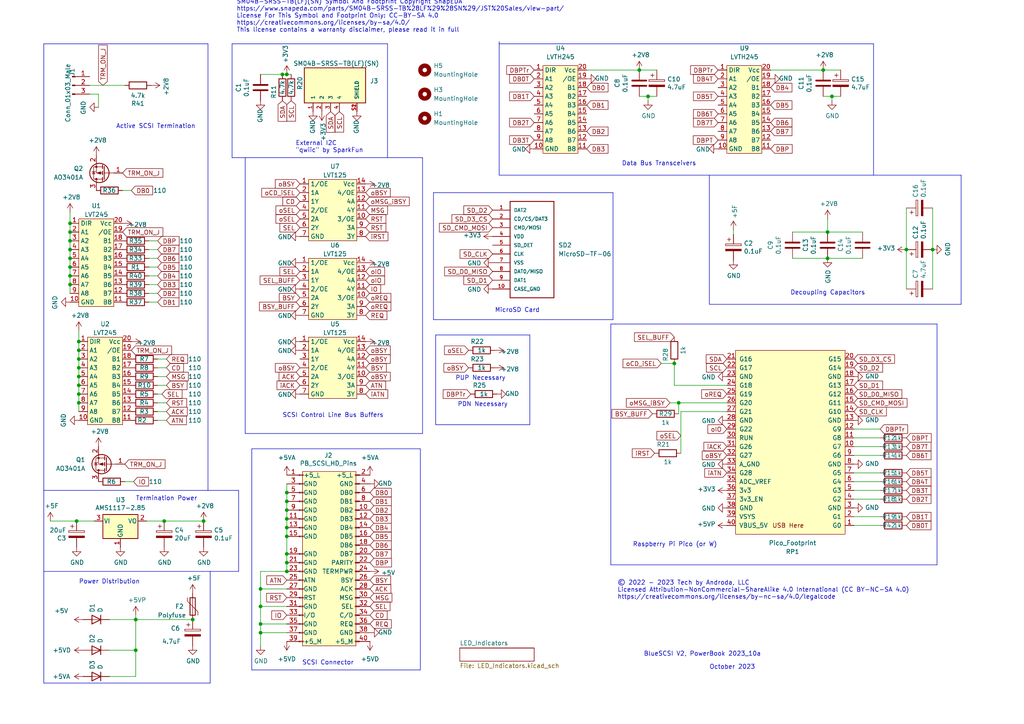
<source format=kicad_sch>
(kicad_sch (version 20230121) (generator eeschema)
  (paper "A4")
  (junction (at 75.565 183.515))
  (junction (at 22.225 151.13))
  (junction (at 270.51 72.39))
  (junction (at 39.37 188.595))
  (junction (at 22.86 111.76))
  (junction (at 20.32 64.77))
  (junction (at 187.96 27.94))
  (junction (at 22.86 114.3))
  (junction (at 240.03 74.93))
  (junction (at 20.32 69.85))
  (junction (at 55.88 179.705))
  (junction (at 39.37 179.705))
  (junction (at 22.86 101.6))
  (junction (at 83.185 21.59))
  (junction (at 240.03 67.31))
  (junction (at 20.32 77.47))
  (junction (at 195.58 105.41))
  (junction (at 22.86 116.84))
  (junction (at 83.185 145.415))
  (junction (at 81.915 21.59))
  (junction (at 83.185 142.875))
  (junction (at 83.185 155.575))
  (junction (at 22.86 104.14))
  (junction (at 20.32 67.31))
  (junction (at 83.185 160.655))
  (junction (at 185.42 20.32))
  (junction (at 59.055 151.13))
  (junction (at 238.76 20.32))
  (junction (at 22.86 99.06))
  (junction (at 47.625 151.13))
  (junction (at 262.89 72.39))
  (junction (at 20.32 72.39))
  (junction (at 75.565 175.895))
  (junction (at 83.185 147.955))
  (junction (at 83.185 165.735))
  (junction (at 75.565 170.815))
  (junction (at 196.85 116.84))
  (junction (at 241.3 27.94))
  (junction (at 83.185 163.195))
  (junction (at 20.32 82.55))
  (junction (at 75.565 180.975))
  (junction (at 22.86 109.22))
  (junction (at 83.185 153.035))
  (junction (at 20.32 74.93))
  (junction (at 20.32 80.01))
  (junction (at 83.185 150.495))
  (junction (at 22.86 106.68))
  (wire (pts (xy 194.31 116.84) (xy 196.85 116.84)))
  (wire (pts (xy 75.565 170.815) (xy 75.565 165.735)))
  (wire (pts (xy 185.42 20.32) (xy 170.18 20.32)))
  (polyline (pts (xy 12.7 142.24) (xy 12.7 165.735)))
  (polyline (pts (xy 278.765 50.8) (xy 253.365 50.8)))
  (wire (pts (xy 22.86 111.76) (xy 22.86 114.3)))
  (polyline (pts (xy 12.7 12.7) (xy 60.325 12.7)))
  (wire (pts (xy 83.185 153.035) (xy 83.185 155.575)))
  (polyline (pts (xy 12.7 165.735) (xy 12.7 198.12)))
  (wire (pts (xy 75.565 180.975) (xy 75.565 175.895)))
  (wire (pts (xy 75.565 170.815) (xy 75.565 175.895)))
  (wire (pts (xy 241.3 27.94) (xy 241.3 29.21)))
  (polyline (pts (xy 278.765 88.265) (xy 278.765 50.8)))
  (polyline (pts (xy 126.365 97.155) (xy 153.67 97.155)))
  (polyline (pts (xy 205.74 50.8) (xy 205.74 88.265)))
  (polyline (pts (xy 125.73 92.71) (xy 177.8 92.71)))
  (wire (pts (xy 75.565 183.515) (xy 75.565 180.975)))
  (wire (pts (xy 45.72 114.3) (xy 46.99 114.3)))
  (wire (pts (xy 238.76 27.94) (xy 241.3 27.94)))
  (wire (pts (xy 185.42 27.94) (xy 187.96 27.94)))
  (wire (pts (xy 270.51 72.39) (xy 270.51 83.82)))
  (polyline (pts (xy 177.165 93.98) (xy 178.435 93.98)))
  (wire (pts (xy 240.03 74.93) (xy 250.19 74.93)))
  (wire (pts (xy 229.87 67.31) (xy 240.03 67.31)))
  (wire (pts (xy 43.18 87.63) (xy 45.72 87.63)))
  (wire (pts (xy 20.32 77.47) (xy 20.32 80.01)))
  (wire (pts (xy 262.89 72.39) (xy 262.89 83.82)))
  (polyline (pts (xy 271.78 163.83) (xy 177.165 163.83)))
  (polyline (pts (xy 69.215 165.735) (xy 69.215 142.24)))
  (polyline (pts (xy 12.7 12.7) (xy 12.7 142.24)))
  (wire (pts (xy 20.32 72.39) (xy 20.32 74.93)))
  (wire (pts (xy 247.65 139.7) (xy 255.27 139.7)))
  (wire (pts (xy 270.51 60.325) (xy 270.51 72.39)))
  (wire (pts (xy 247.65 149.86) (xy 255.27 149.86)))
  (wire (pts (xy 75.565 165.735) (xy 83.185 165.735)))
  (wire (pts (xy 247.65 132.08) (xy 255.27 132.08)))
  (polyline (pts (xy 205.74 88.265) (xy 278.765 88.265)))
  (polyline (pts (xy 177.165 163.83) (xy 177.165 93.98)))
  (wire (pts (xy 48.26 109.22) (xy 45.72 109.22)))
  (wire (pts (xy 20.32 61.595) (xy 20.32 64.77)))
  (wire (pts (xy 197.485 131.445) (xy 197.485 119.38)))
  (wire (pts (xy 247.65 142.24) (xy 255.27 142.24)))
  (wire (pts (xy 83.185 183.515) (xy 75.565 183.515)))
  (wire (pts (xy 43.18 85.09) (xy 45.72 85.09)))
  (wire (pts (xy 31.75 188.595) (xy 39.37 188.595)))
  (wire (pts (xy 210.82 111.76) (xy 195.58 111.76)))
  (wire (pts (xy 14.605 151.13) (xy 22.225 151.13)))
  (polyline (pts (xy 126.365 97.155) (xy 126.365 123.19)))
  (wire (pts (xy 185.42 20.32) (xy 190.5 20.32)))
  (wire (pts (xy 191.77 105.41) (xy 195.58 105.41)))
  (polyline (pts (xy 71.12 125.73) (xy 122.555 125.73)))
  (polyline (pts (xy 12.7 165.735) (xy 69.215 165.735)))
  (wire (pts (xy 45.72 104.14) (xy 48.26 104.14)))
  (wire (pts (xy 75.565 175.895) (xy 83.185 175.895)))
  (polyline (pts (xy 125.73 55.88) (xy 177.8 55.88)))
  (wire (pts (xy 81.915 21.59) (xy 83.185 21.59)))
  (wire (pts (xy 20.32 69.85) (xy 20.32 72.39)))
  (wire (pts (xy 43.18 72.39) (xy 45.72 72.39)))
  (wire (pts (xy 38.735 139.7) (xy 36.195 139.7)))
  (wire (pts (xy 22.86 109.22) (xy 22.86 111.76)))
  (wire (pts (xy 75.565 183.515) (xy 75.565 187.325)))
  (wire (pts (xy 45.72 80.01) (xy 43.18 80.01)))
  (wire (pts (xy 28.575 27.305) (xy 28.575 31.115)))
  (wire (pts (xy 187.96 27.94) (xy 187.96 29.21)))
  (wire (pts (xy 45.72 82.55) (xy 43.18 82.55)))
  (wire (pts (xy 22.86 101.6) (xy 22.86 104.14)))
  (wire (pts (xy 195.58 111.76) (xy 195.58 105.41)))
  (wire (pts (xy 83.185 147.955) (xy 83.185 150.495)))
  (wire (pts (xy 212.725 66.675) (xy 212.725 67.945)))
  (wire (pts (xy 45.72 116.84) (xy 48.26 116.84)))
  (wire (pts (xy 36.195 24.765) (xy 26.035 24.765)))
  (wire (pts (xy 83.185 21.59) (xy 84.455 21.59)))
  (wire (pts (xy 196.85 116.84) (xy 210.82 116.84)))
  (polyline (pts (xy 125.73 55.88) (xy 125.73 92.71)))
  (polyline (pts (xy 73.025 194.31) (xy 121.92 194.31)))
  (polyline (pts (xy 69.215 142.24) (xy 60.325 142.24)))
  (polyline (pts (xy 144.78 12.065) (xy 144.78 50.8)))
  (polyline (pts (xy 67.31 12.7) (xy 67.31 45.72)))
  (wire (pts (xy 20.32 82.55) (xy 20.32 85.09)))
  (wire (pts (xy 83.185 170.815) (xy 75.565 170.815)))
  (wire (pts (xy 20.32 64.77) (xy 20.32 67.31)))
  (wire (pts (xy 22.86 104.14) (xy 22.86 106.68)))
  (polyline (pts (xy 121.92 130.175) (xy 73.025 130.175)))
  (wire (pts (xy 22.86 116.84) (xy 22.86 119.38)))
  (wire (pts (xy 20.32 67.31) (xy 20.32 69.85)))
  (wire (pts (xy 22.225 151.13) (xy 27.305 151.13)))
  (wire (pts (xy 83.185 145.415) (xy 83.185 147.955)))
  (wire (pts (xy 47.625 151.13) (xy 59.055 151.13)))
  (wire (pts (xy 83.185 142.875) (xy 83.185 145.415)))
  (wire (pts (xy 240.03 67.31) (xy 250.19 67.31)))
  (wire (pts (xy 39.37 178.435) (xy 39.37 179.705)))
  (wire (pts (xy 247.65 137.16) (xy 255.27 137.16)))
  (wire (pts (xy 31.75 179.705) (xy 39.37 179.705)))
  (polyline (pts (xy 121.92 194.31) (xy 121.92 130.175)))
  (wire (pts (xy 187.96 27.94) (xy 190.5 27.94)))
  (polyline (pts (xy 253.365 12.7) (xy 253.365 50.8)))
  (wire (pts (xy 38.1 55.245) (xy 35.56 55.245)))
  (polyline (pts (xy 126.365 123.19) (xy 153.67 123.19)))
  (polyline (pts (xy 71.12 45.72) (xy 71.12 125.73)))
  (polyline (pts (xy 12.7 198.12) (xy 60.96 198.12)))
  (wire (pts (xy 22.86 99.06) (xy 22.86 101.6)))
  (wire (pts (xy 42.545 151.13) (xy 47.625 151.13)))
  (wire (pts (xy 240.03 63.5) (xy 240.03 67.31)))
  (wire (pts (xy 262.89 60.325) (xy 262.89 72.39)))
  (wire (pts (xy 83.185 160.655) (xy 83.185 163.195)))
  (polyline (pts (xy 67.31 12.7) (xy 112.395 12.7)))
  (wire (pts (xy 196.85 120.015) (xy 196.85 116.84)))
  (wire (pts (xy 247.65 144.78) (xy 255.27 144.78)))
  (wire (pts (xy 48.26 111.76) (xy 45.72 111.76)))
  (wire (pts (xy 31.75 196.215) (xy 39.37 196.215)))
  (polyline (pts (xy 177.8 92.71) (xy 177.8 55.88)))
  (wire (pts (xy 43.18 77.47) (xy 45.72 77.47)))
  (wire (pts (xy 39.37 179.705) (xy 55.88 179.705)))
  (polyline (pts (xy 153.67 123.19) (xy 153.67 97.155)))
  (wire (pts (xy 83.185 180.975) (xy 75.565 180.975)))
  (wire (pts (xy 247.65 124.46) (xy 255.27 124.46)))
  (polyline (pts (xy 122.555 45.72) (xy 112.395 45.72)))
  (wire (pts (xy 247.65 129.54) (xy 255.27 129.54)))
  (wire (pts (xy 22.86 95.885) (xy 22.86 99.06)))
  (wire (pts (xy 39.37 188.595) (xy 39.37 179.705)))
  (wire (pts (xy 247.65 152.4) (xy 255.27 152.4)))
  (wire (pts (xy 43.18 69.85) (xy 45.72 69.85)))
  (polyline (pts (xy 60.325 142.24) (xy 60.325 12.7)))
  (polyline (pts (xy 73.025 130.175) (xy 73.025 194.31)))
  (polyline (pts (xy 122.555 125.73) (xy 122.555 45.72)))
  (polyline (pts (xy 271.78 93.98) (xy 271.78 163.83)))
  (wire (pts (xy 39.37 196.215) (xy 39.37 188.595)))
  (polyline (pts (xy 112.395 45.72) (xy 112.395 12.7)))
  (polyline (pts (xy 178.435 93.98) (xy 271.78 93.98)))
  (wire (pts (xy 20.32 74.93) (xy 20.32 77.47)))
  (wire (pts (xy 45.72 121.92) (xy 48.26 121.92)))
  (wire (pts (xy 22.86 106.68) (xy 22.86 109.22)))
  (wire (pts (xy 48.26 119.38) (xy 45.72 119.38)))
  (wire (pts (xy 247.65 127) (xy 255.27 127)))
  (wire (pts (xy 241.3 27.94) (xy 243.84 27.94)))
  (wire (pts (xy 83.185 150.495) (xy 83.185 153.035)))
  (wire (pts (xy 22.86 114.3) (xy 22.86 116.84)))
  (polyline (pts (xy 67.31 45.72) (xy 112.395 45.72)))
  (wire (pts (xy 197.485 119.38) (xy 210.82 119.38)))
  (polyline (pts (xy 144.78 12.7) (xy 253.365 12.7)))
  (wire (pts (xy 75.565 21.59) (xy 81.915 21.59)))
  (wire (pts (xy 238.76 20.32) (xy 243.84 20.32)))
  (wire (pts (xy 20.32 80.01) (xy 20.32 82.55)))
  (wire (pts (xy 83.185 140.335) (xy 83.185 142.875)))
  (polyline (pts (xy 12.7 142.24) (xy 60.325 142.24)))
  (wire (pts (xy 229.87 74.93) (xy 240.03 74.93)))
  (wire (pts (xy 45.72 106.68) (xy 48.26 106.68)))
  (polyline (pts (xy 253.365 50.8) (xy 144.78 50.8)))
  (wire (pts (xy 45.72 74.93) (xy 43.18 74.93)))
  (wire (pts (xy 83.185 155.575) (xy 83.185 160.655)))
  (wire (pts (xy 83.185 163.195) (xy 83.185 165.735)))
  (wire (pts (xy 26.035 27.305) (xy 28.575 27.305)))
  (wire (pts (xy 238.76 20.32) (xy 223.52 20.32)))
  (polyline (pts (xy 60.96 198.12) (xy 60.96 165.735)))
  (text "Power Distribution" (at 22.86 169.545 0) (effects (font (size 1.27 1.27)) (justify left bottom)))
  (text "© 2022 - 2023 Tech by Androda, LLC\nLicensed Attribution-NonCommercial-ShareAlike 4.0 International (CC BY-NC-SA 4.0)\nhttps://creativecommons.org/licenses/by-nc-sa/4.0/legalcode" (at 179.07 173.99 0) (effects (font (size 1.27 1.27)) (justify left bottom)))
  (text "October 2023" (at 205.74 194.31 0) (effects (font (size 1.27 1.27)) (justify left bottom)))
  (text "SCSI Connector" (at 87.63 193.04 0) (effects (font (size 1.27 1.27)) (justify left bottom)))
  (text "Active SCSI Termination" (at 33.655 37.465 0) (effects (font (size 1.27 1.27)) (justify left bottom)))
  (text "PUP Necessary" (at 132.08 110.49 0) (effects (font (size 1.27 1.27)) (justify left bottom)))
  (text "MicroSD Card" (at 143.51 90.805 0) (effects (font (size 1.27 1.27)) (justify left bottom)))
  (text "Data Bus Transceivers" (at 180.34 48.26 0) (effects (font (size 1.27 1.27)) (justify left bottom)))
  (text "Decoupling Capacitors" (at 229.235 85.725 0) (effects (font (size 1.27 1.27)) (justify left bottom)))
  (text "SM04B-SRSS-TB(LF)(SN) Symbol And Footprint Copyright SnapEDA\nhttps://www.snapeda.com/parts/SM04B-SRSS-TB%28LF%29%28SN%29/JST%20Sales/view-part/\nLicense For This Symbol and Footprint Only: CC-BY-SA 4.0\nhttps://creativecommons.org/licenses/by-sa/4.0/\nThis license contains a warranty disclaimer, please read it in full" (at 68.58 9.525 0) (effects (font (size 1.27 1.27)) (justify left bottom)))
  (text "BlueSCSI V2, PowerBook 2023_10a" (at 186.69 190.5 0) (effects (font (size 1.27 1.27)) (justify left bottom)))
  (text "PDN Necessary" (at 132.715 118.11 0) (effects (font (size 1.27 1.27)) (justify left bottom)))
  (text "External I2C\n\"qwiic\" by SparkFun" (at 85.725 44.45 0) (effects (font (size 1.27 1.27)) (justify left bottom)))
  (text "Raspberry Pi Pico (or W)" (at 183.515 158.75 0) (effects (font (size 1.27 1.27)) (justify left bottom)))
  (text "Termination Power" (at 39.37 145.415 0) (effects (font (size 1.27 1.27)) (justify left bottom)))
  (text "SCSI Control Line Bus Buffers" (at 81.915 121.285 0) (effects (font (size 1.27 1.27)) (justify left bottom)))
  (global_label "RST" (shape input) (at 48.26 116.84 0) (property "Intersheetrefs" "${INTERSHEET_REFS}" (effects hide)))
  (global_label "oSEL" (shape input) (at 135.89 101.6 180) (property "Intersheetrefs" "${INTERSHEET_REFS}" (effects hide)))
  (global_label "TRM_ON_J" (shape input) (at 29.845 24.765 90) (property "Intersheetrefs" "${INTERSHEET_REFS}" (effects hide)))
  (global_label "MSG" (shape input) (at 106.045 60.96 0) (property "Intersheetrefs" "${INTERSHEET_REFS}" (effects hide)))
  (global_label "SEL" (shape input) (at 46.99 114.3 0) (property "Intersheetrefs" "${INTERSHEET_REFS}" (effects hide)))
  (global_label "SD_D1" (shape input) (at 142.875 81.28 180) (property "Intersheetrefs" "${INTERSHEET_REFS}" (effects hide)))
  (global_label "oBSY" (shape input) (at 106.045 55.88 0) (property "Intersheetrefs" "${INTERSHEET_REFS}" (effects hide)))
  (global_label "SD_CLK" (shape input) (at 142.875 73.66 180) (property "Intersheetrefs" "${INTERSHEET_REFS}" (effects hide)))
  (global_label "MSG" (shape input) (at 107.315 173.355 0) (property "Intersheetrefs" "${INTERSHEET_REFS}" (effects hide)))
  (global_label "oIO" (shape input) (at 106.045 78.74 0) (property "Intersheetrefs" "${INTERSHEET_REFS}" (effects hide)))
  (global_label "SCL" (shape input) (at 84.455 29.21 270) (property "Intersheetrefs" "${INTERSHEET_REFS}" (effects hide)))
  (global_label "DB1" (shape input) (at 170.18 30.48 0) (property "Intersheetrefs" "${INTERSHEET_REFS}" (effects hide)))
  (global_label "REQ" (shape input) (at 106.045 91.44 0) (property "Intersheetrefs" "${INTERSHEET_REFS}" (effects hide)))
  (global_label "CD" (shape input) (at 86.995 58.42 180) (property "Intersheetrefs" "${INTERSHEET_REFS}" (effects hide)))
  (global_label "DB1" (shape input) (at 45.72 87.63 0) (property "Intersheetrefs" "${INTERSHEET_REFS}" (effects hide)))
  (global_label "DB4" (shape input) (at 107.315 153.035 0) (property "Intersheetrefs" "${INTERSHEET_REFS}" (effects hide)))
  (global_label "DB1T" (shape input) (at 262.89 149.86 0) (property "Intersheetrefs" "${INTERSHEET_REFS}" (effects hide)))
  (global_label "DB2T" (shape input) (at 154.94 35.56 180) (property "Intersheetrefs" "${INTERSHEET_REFS}" (effects hide)))
  (global_label "oREQ" (shape input) (at 106.045 86.36 0) (property "Intersheetrefs" "${INTERSHEET_REFS}" (effects hide)))
  (global_label "oIO" (shape input) (at 106.045 81.28 0) (property "Intersheetrefs" "${INTERSHEET_REFS}" (effects hide)))
  (global_label "oIO" (shape input) (at 210.82 124.46 180) (property "Intersheetrefs" "${INTERSHEET_REFS}" (effects hide)))
  (global_label "DB7T" (shape input) (at 208.28 35.56 180) (property "Intersheetrefs" "${INTERSHEET_REFS}" (effects hide)))
  (global_label "oBSY" (shape input) (at 106.045 104.14 0) (property "Intersheetrefs" "${INTERSHEET_REFS}" (effects hide)))
  (global_label "DB3" (shape input) (at 45.72 82.55 0) (property "Intersheetrefs" "${INTERSHEET_REFS}" (effects hide)))
  (global_label "DBPTr" (shape input) (at 136.525 114.3 180) (property "Intersheetrefs" "${INTERSHEET_REFS}" (effects hide)))
  (global_label "SEL_BUFF" (shape input) (at 195.58 97.79 180) (property "Intersheetrefs" "${INTERSHEET_REFS}" (effects hide)))
  (global_label "oMSG_iBSY" (shape input) (at 106.045 58.42 0) (property "Intersheetrefs" "${INTERSHEET_REFS}" (effects hide)))
  (global_label "CD" (shape input) (at 48.26 106.68 0) (property "Intersheetrefs" "${INTERSHEET_REFS}" (effects hide)))
  (global_label "SDA" (shape input) (at 95.885 32.385 270) (property "Intersheetrefs" "${INTERSHEET_REFS}" (effects hide)))
  (global_label "DBP" (shape input) (at 107.315 163.195 0) (property "Intersheetrefs" "${INTERSHEET_REFS}" (effects hide)))
  (global_label "BSY" (shape input) (at 106.045 106.68 0) (property "Intersheetrefs" "${INTERSHEET_REFS}" (effects hide)))
  (global_label "REQ" (shape input) (at 48.26 104.14 0) (property "Intersheetrefs" "${INTERSHEET_REFS}" (effects hide)))
  (global_label "ACK" (shape input) (at 86.995 109.22 180) (property "Intersheetrefs" "${INTERSHEET_REFS}" (effects hide)))
  (global_label "iRST" (shape input) (at 106.045 68.58 0) (property "Intersheetrefs" "${INTERSHEET_REFS}" (effects hide)))
  (global_label "oBSY" (shape input) (at 86.995 53.34 180) (property "Intersheetrefs" "${INTERSHEET_REFS}" (effects hide)))
  (global_label "DB4" (shape input) (at 223.52 25.4 0) (property "Intersheetrefs" "${INTERSHEET_REFS}" (effects hide)))
  (global_label "DBP" (shape input) (at 45.72 69.85 0) (property "Intersheetrefs" "${INTERSHEET_REFS}" (effects hide)))
  (global_label "DB7" (shape input) (at 107.315 160.655 0) (property "Intersheetrefs" "${INTERSHEET_REFS}" (effects hide)))
  (global_label "RST" (shape input) (at 106.045 66.04 0) (property "Intersheetrefs" "${INTERSHEET_REFS}" (effects hide)))
  (global_label "oBSY" (shape input) (at 86.995 106.68 180) (property "Intersheetrefs" "${INTERSHEET_REFS}" (effects hide)))
  (global_label "REQ" (shape input) (at 107.315 180.975 0) (property "Intersheetrefs" "${INTERSHEET_REFS}" (effects hide)))
  (global_label "DBPTr" (shape input) (at 154.94 20.32 180) (property "Intersheetrefs" "${INTERSHEET_REFS}" (effects hide)))
  (global_label "IO" (shape input) (at 83.185 178.435 180) (property "Intersheetrefs" "${INTERSHEET_REFS}" (effects hide)))
  (global_label "oBSY" (shape input) (at 106.045 101.6 0) (property "Intersheetrefs" "${INTERSHEET_REFS}" (effects hide)))
  (global_label "DB7T" (shape input) (at 262.89 129.54 0) (property "Intersheetrefs" "${INTERSHEET_REFS}" (effects hide)))
  (global_label "RST" (shape input) (at 106.045 63.5 0) (property "Intersheetrefs" "${INTERSHEET_REFS}" (effects hide)))
  (global_label "DB7" (shape input) (at 45.72 72.39 0) (property "Intersheetrefs" "${INTERSHEET_REFS}" (effects hide)))
  (global_label "SD_D0_MISO" (shape input) (at 247.65 114.3 0) (property "Intersheetrefs" "${INTERSHEET_REFS}" (effects hide)))
  (global_label "DB2" (shape input) (at 45.72 85.09 0) (property "Intersheetrefs" "${INTERSHEET_REFS}" (effects hide)))
  (global_label "DB5T" (shape input) (at 208.28 27.94 180) (property "Intersheetrefs" "${INTERSHEET_REFS}" (effects hide)))
  (global_label "SEL" (shape input) (at 107.315 175.895 0) (property "Intersheetrefs" "${INTERSHEET_REFS}" (effects hide)))
  (global_label "DB5" (shape input) (at 223.52 30.48 0) (property "Intersheetrefs" "${INTERSHEET_REFS}" (effects hide)))
  (global_label "DB4" (shape input) (at 45.72 80.01 0) (property "Intersheetrefs" "${INTERSHEET_REFS}" (effects hide)))
  (global_label "DB2" (shape input) (at 170.18 38.1 0) (property "Intersheetrefs" "${INTERSHEET_REFS}" (effects hide)))
  (global_label "oSEL" (shape input) (at 86.995 63.5 180) (property "Intersheetrefs" "${INTERSHEET_REFS}" (effects hide)))
  (global_label "ATN" (shape input) (at 83.185 168.275 180) (property "Intersheetrefs" "${INTERSHEET_REFS}" (effects hide)))
  (global_label "DB5" (shape input) (at 45.72 77.47 0) (property "Intersheetrefs" "${INTERSHEET_REFS}" (effects hide)))
  (global_label "SD_D3_CS" (shape input) (at 247.65 104.14 0) (property "Intersheetrefs" "${INTERSHEET_REFS}" (effects hide)))
  (global_label "CD" (shape input) (at 107.315 178.435 0) (property "Intersheetrefs" "${INTERSHEET_REFS}" (effects hide)))
  (global_label "oMSG_iBSY" (shape input) (at 194.31 116.84 180) (property "Intersheetrefs" "${INTERSHEET_REFS}" (effects hide)))
  (global_label "TRM_ON_J" (shape input) (at 35.56 50.165 0) (property "Intersheetrefs" "${INTERSHEET_REFS}" (effects hide)))
  (global_label "BSY" (shape input) (at 86.995 86.36 180) (property "Intersheetrefs" "${INTERSHEET_REFS}" (effects hide)))
  (global_label "DB6" (shape input) (at 107.315 158.115 0) (property "Intersheetrefs" "${INTERSHEET_REFS}" (effects hide)))
  (global_label "oREQ" (shape input) (at 210.82 114.3 180) (property "Intersheetrefs" "${INTERSHEET_REFS}" (effects hide)))
  (global_label "SD_CMD_MOSI" (shape input) (at 142.875 66.04 180) (property "Intersheetrefs" "${INTERSHEET_REFS}" (effects hide)))
  (global_label "DB3" (shape input) (at 170.18 43.18 0) (property "Intersheetrefs" "${INTERSHEET_REFS}" (effects hide)))
  (global_label "SEL" (shape input) (at 86.995 66.04 180) (property "Intersheetrefs" "${INTERSHEET_REFS}" (effects hide)))
  (global_label "DB0T" (shape input) (at 154.94 22.86 180) (property "Intersheetrefs" "${INTERSHEET_REFS}" (effects hide)))
  (global_label "BSY" (shape input) (at 48.26 111.76 0) (property "Intersheetrefs" "${INTERSHEET_REFS}" (effects hide)))
  (global_label "DBPTr" (shape input) (at 255.27 124.46 0) (property "Intersheetrefs" "${INTERSHEET_REFS}" (effects hide)))
  (global_label "SCL" (shape input) (at 98.425 32.385 270) (property "Intersheetrefs" "${INTERSHEET_REFS}" (effects hide)))
  (global_label "oCD_iSEL" (shape input) (at 86.995 55.88 180) (property "Intersheetrefs" "${INTERSHEET_REFS}" (effects hide)))
  (global_label "SD_CMD_MOSI" (shape input) (at 247.65 116.84 0) (property "Intersheetrefs" "${INTERSHEET_REFS}" (effects hide)))
  (global_label "iRST" (shape input) (at 189.865 131.445 180) (property "Intersheetrefs" "${INTERSHEET_REFS}" (effects hide)))
  (global_label "SEL_BUFF" (shape input) (at 86.995 81.28 180) (property "Intersheetrefs" "${INTERSHEET_REFS}" (effects hide)))
  (global_label "DB6T" (shape input) (at 262.89 132.08 0) (property "Intersheetrefs" "${INTERSHEET_REFS}" (effects hide)))
  (global_label "DB6T" (shape input) (at 208.28 33.02 180) (property "Intersheetrefs" "${INTERSHEET_REFS}" (effects hide)))
  (global_label "SDA" (shape input) (at 81.915 29.21 270) (property "Intersheetrefs" "${INTERSHEET_REFS}" (effects hide)))
  (global_label "iACK" (shape input) (at 86.995 111.76 180) (property "Intersheetrefs" "${INTERSHEET_REFS}" (effects hide)))
  (global_label "iATN" (shape input) (at 210.82 137.16 180) (property "Intersheetrefs" "${INTERSHEET_REFS}" (effects hide)))
  (global_label "MSG" (shape input) (at 48.26 109.22 0) (property "Intersheetrefs" "${INTERSHEET_REFS}" (effects hide)))
  (global_label "SD_D1" (shape input) (at 247.65 111.76 0) (property "Intersheetrefs" "${INTERSHEET_REFS}" (effects hide)))
  (global_label "ACK" (shape input) (at 48.26 119.38 0) (property "Intersheetrefs" "${INTERSHEET_REFS}" (effects hide)))
  (global_label "SCL" (shape input) (at 210.82 106.68 180) (property "Intersheetrefs" "${INTERSHEET_REFS}" (effects hide)))
  (global_label "DB5" (shape input) (at 107.315 155.575 0) (property "Intersheetrefs" "${INTERSHEET_REFS}" (effects hide)))
  (global_label "DB5T" (shape input) (at 262.89 137.16 0) (property "Intersheetrefs" "${INTERSHEET_REFS}" (effects hide)))
  (global_label "oSEL" (shape input) (at 86.995 60.96 180) (property "Intersheetrefs" "${INTERSHEET_REFS}" (effects hide)))
  (global_label "SD_D0_MISO" (shape input) (at 142.875 78.74 180) (property "Intersheetrefs" "${INTERSHEET_REFS}" (effects hide)))
  (global_label "DBPT" (shape input) (at 208.28 40.64 180) (property "Intersheetrefs" "${INTERSHEET_REFS}" (effects hide)))
  (global_label "SD_D2" (shape input) (at 247.65 106.68 0) (property "Intersheetrefs" "${INTERSHEET_REFS}" (effects hide)))
  (global_label "oREQ" (shape input) (at 106.045 88.9 0) (property "Intersheetrefs" "${INTERSHEET_REFS}" (effects hide)))
  (global_label "DB3" (shape input) (at 107.315 150.495 0) (property "Intersheetrefs" "${INTERSHEET_REFS}" (effects hide)))
  (global_label "SD_CLK" (shape input) (at 247.65 119.38 0) (property "Intersheetrefs" "${INTERSHEET_REFS}" (effects hide)))
  (global_label "DB2T" (shape input) (at 262.89 144.78 0) (property "Intersheetrefs" "${INTERSHEET_REFS}" (effects hide)))
  (global_label "oCD_iSEL" (shape input) (at 191.77 105.41 180) (property "Intersheetrefs" "${INTERSHEET_REFS}" (effects hide)))
  (global_label "SD_D3_CS" (shape input) (at 142.875 63.5 180) (property "Intersheetrefs" "${INTERSHEET_REFS}" (effects hide)))
  (global_label "oBSY" (shape input) (at 210.82 132.08 180) (property "Intersheetrefs" "${INTERSHEET_REFS}" (effects hide)))
  (global_label "DB0" (shape input) (at 170.18 25.4 0) (property "Intersheetrefs" "${INTERSHEET_REFS}" (effects hide)))
  (global_label "TRM_ON_J" (shape input) (at 35.56 67.31 0) (property "Intersheetrefs" "${INTERSHEET_REFS}" (effects hide)))
  (global_label "BSY_BUFF" (shape input) (at 86.995 88.9 180) (property "Intersheetrefs" "${INTERSHEET_REFS}" (effects hide)))
  (global_label "DB0" (shape input) (at 38.1 55.245 0) (property "Intersheetrefs" "${INTERSHEET_REFS}" (effects hide)))
  (global_label "DB3T" (shape input) (at 262.89 142.24 0) (property "Intersheetrefs" "${INTERSHEET_REFS}" (effects hide)))
  (global_label "DB1T" (shape input) (at 154.94 27.94 180) (property "Intersheetrefs" "${INTERSHEET_REFS}" (effects hide)))
  (global_label "oBSY" (shape input) (at 135.89 106.68 180) (property "Intersheetrefs" "${INTERSHEET_REFS}" (effects hide)))
  (global_label "DB6" (shape input) (at 223.52 35.56 0) (property "Intersheetrefs" "${INTERSHEET_REFS}" (effects hide)))
  (global_label "IO" (shape input) (at 38.735 139.7 0) (property "Intersheetrefs" "${INTERSHEET_REFS}" (effects hide)))
  (global_label "SEL" (shape input) (at 86.995 78.74 180) (property "Intersheetrefs" "${INTERSHEET_REFS}" (effects hide)))
  (global_label "SDA" (shape input) (at 210.82 104.14 180) (property "Intersheetrefs" "${INTERSHEET_REFS}" (effects hide)))
  (global_label "iATN" (shape input) (at 106.045 114.3 0) (property "Intersheetrefs" "${INTERSHEET_REFS}" (effects hide)))
  (global_label "RST" (shape input) (at 83.185 173.355 180) (property "Intersheetrefs" "${INTERSHEET_REFS}" (effects hide)))
  (global_label "DBPT" (shape input) (at 262.89 127 0) (property "Intersheetrefs" "${INTERSHEET_REFS}" (effects hide)))
  (global_label "TRM_ON_J" (shape input) (at 38.1 101.6 0) (property "Intersheetrefs" "${INTERSHEET_REFS}" (effects hide)))
  (global_label "oSEL" (shape input) (at 197.485 126.365 180) (property "Intersheetrefs" "${INTERSHEET_REFS}" (effects hide)))
  (global_label "DB6" (shape input) (at 45.72 74.93 0) (property "Intersheetrefs" "${INTERSHEET_REFS}" (effects hide)))
  (global_label "ACK" (shape input) (at 107.315 170.815 0) (property "Intersheetrefs" "${INTERSHEET_REFS}" (effects hide)))
  (global_label "DB4T" (shape input) (at 262.89 139.7 0) (property "Intersheetrefs" "${INTERSHEET_REFS}" (effects hide)))
  (global_label "BSY_BUFF" (shape input) (at 189.23 120.015 180) (property "Intersheetrefs" "${INTERSHEET_REFS}" (effects hide)))
  (global_label "DB3T" (shape input) (at 154.94 40.64 180) (property "Intersheetrefs" "${INTERSHEET_REFS}" (effects hide)))
  (global_label "oBSY" (shape input) (at 106.045 109.22 0) (property "Intersheetrefs" "${INTERSHEET_REFS}" (effects hide)))
  (global_label "BSY" (shape input) (at 107.315 168.275 0) (property "Intersheetrefs" "${INTERSHEET_REFS}" (effects hide)))
  (global_label "DB0" (shape input) (at 107.315 142.875 0) (property "Intersheetrefs" "${INTERSHEET_REFS}" (effects hide)))
  (global_label "DB7" (shape input) (at 223.52 38.1 0) (property "Intersheetrefs" "${INTERSHEET_REFS}" (effects hide)))
  (global_label "SD_D2" (shape input) (at 142.875 60.96 180) (property "Intersheetrefs" "${INTERSHEET_REFS}" (effects hide)))
  (global_label "DBPTr" (shape input) (at 208.28 20.32 180) (property "Intersheetrefs" "${INTERSHEET_REFS}" (effects hide)))
  (global_label "DB4T" (shape input) (at 208.28 22.86 180) (property "Intersheetrefs" "${INTERSHEET_REFS}" (effects hide)))
  (global_label "DB2" (shape input) (at 107.315 147.955 0) (property "Intersheetrefs" "${INTERSHEET_REFS}" (effects hide)))
  (global_label "TRM_ON_J" (shape input) (at 36.195 134.62 0) (property "Intersheetrefs" "${INTERSHEET_REFS}" (effects hide)))
  (global_label "iACK" (shape input) (at 210.82 129.54 180) (property "Intersheetrefs" "${INTERSHEET_REFS}" (effects hide)))
  (global_label "IO" (shape input) (at 106.045 83.82 0) (property "Intersheetrefs" "${INTERSHEET_REFS}" (effects hide)))
  (global_label "DB0T" (shape input) (at 262.89 152.4 0) (property "Intersheetrefs" "${INTERSHEET_REFS}" (effects hide)))
  (global_label "DB1" (shape input) (at 107.315 145.415 0) (property "Intersheetrefs" "${INTERSHEET_REFS}" (effects hide)))
  (global_label "ATN" (shape input) (at 106.045 111.76 0) (property "Intersheetrefs" "${INTERSHEET_REFS}" (effects hide)))
  (global_label "DBP" (shape input) (at 223.52 43.18 0) (property "Intersheetrefs" "${INTERSHEET_REFS}" (effects hide)))
  (global_label "ATN" (shape input) (at 48.26 121.92 0) (property "Intersheetrefs" "${INTERSHEET_REFS}" (effects hide)))
  (symbol (lib_id "Regulator_Linear:AMS1117CD-2.85") (at 34.925 151.13 0) (unit 1)
    (property "Reference" "U3" (at 34.925 144.9832 0))
    (property "Value" "AMS1117-2.85" (at 34.925 147.2946 0))
    (property "Footprint" "Package_TO_SOT_SMD:SOT-223-3_TabPin2" (effects hide))
    (property "Datasheet" "http://www.advanced-monolithic.com/pdf/ds1117.pdf" (effects hide))
  )
  (symbol (lib_id "power:GND") (at 34.925 158.75 0) (unit 1)
    (property "Reference" "#PWR012" (effects hide))
    (property "Value" "GND" (at 35.052 163.1442 0))
  )
  (symbol (lib_id "power:+2V8") (at 59.055 151.13 0) (unit 1)
    (property "Reference" "#PWR015" (effects hide))
    (property "Value" "+2V8" (at 59.436 146.7358 0))
  )
  (symbol (lib_id "Device:CP") (at 47.625 154.94 0) (unit 1)
    (property "Reference" "C4" (at 50.6222 153.7716 0) (effects (justify left)))
    (property "Value" "20uF" (at 50.6222 156.083 0) (effects (justify left)))
    (property "Footprint" "Capacitor_SMD:C_1206_3216Metric_Pad1.42x1.75mm_HandSolder" (effects hide))
  )
  (symbol (lib_id "Device:CP") (at 22.225 154.94 0) (unit 1)
    (property "Reference" "C3" (at 19.2278 156.1084 0) (effects (justify right)))
    (property "Value" "20uF" (at 19.2278 153.797 0) (effects (justify right)))
    (property "Footprint" "Capacitor_SMD:C_1206_3216Metric_Pad1.42x1.75mm_HandSolder" (effects hide))
  )
  (symbol (lib_id "power:GND") (at 22.225 158.75 0) (unit 1)
    (property "Reference" "#PWR07" (effects hide))
    (property "Value" "GND" (at 22.352 163.1442 0))
  )
  (symbol (lib_id "power:GND") (at 47.625 158.75 0) (unit 1)
    (property "Reference" "#PWR013" (effects hide))
    (property "Value" "GND" (at 47.752 163.1442 0))
  )
  (symbol (lib_id "custom_symbols:+5V_TPWR") (at 24.13 179.705 90) (unit 1)
    (property "Reference" "#PWR019" (effects hide))
    (property "Value" "+5V_TPWR" (at 17.78 177.165 90))
  )
  (symbol (lib_id "power:+3V3") (at 210.82 142.24 90) (unit 1)
    (property "Reference" "#PWR047" (effects hide))
    (property "Value" "+3V3" (at 207.5688 141.859 90) (effects (justify left)))
  )
  (symbol (lib_id "power:+5VP") (at 210.82 152.4 90) (unit 1)
    (property "Reference" "#PWR036" (effects hide))
    (property "Value" "+5VP" (at 207.5688 152.019 90) (effects (justify left)))
  )
  (symbol (lib_id "power:+5F") (at 14.605 151.13 0) (unit 1)
    (property "Reference" "#PWR06" (effects hide))
    (property "Value" "+5F" (at 14.986 146.7358 0))
  )
  (symbol (lib_id "power:+5F") (at 55.88 172.085 0) (unit 1)
    (property "Reference" "#PWR027" (effects hide))
    (property "Value" "+5F" (at 56.261 167.6908 0))
  )
  (symbol (lib_id "power:+5VP") (at 39.37 178.435 0) (unit 1)
    (property "Reference" "#PWR025" (effects hide))
    (property "Value" "+5VP" (at 39.751 174.0408 0))
  )
  (symbol (lib_id "custom_symbols:BlackSCSI") (at 229.87 156.21 180) (unit 1)
    (property "Reference" "RP1" (at 229.87 160.02 0))
    (property "Value" "Pico_Footprint" (at 229.87 157.48 0))
    (property "Footprint" "Library:Raspberry_Pi_PicoW_SMT_THT" (effects hide))
  )
  (symbol (lib_id "power:GND") (at 210.82 134.62 270) (unit 1)
    (property "Reference" "#PWR037" (effects hide))
    (property "Value" "GND" (at 207.5688 134.747 90) (effects (justify right)))
  )
  (symbol (lib_id "power:GND") (at 59.055 158.75 0) (unit 1)
    (property "Reference" "#PWR016" (effects hide))
    (property "Value" "GND" (at 59.182 163.1442 0))
  )
  (symbol (lib_id "Device:CP") (at 59.055 154.94 0) (unit 1)
    (property "Reference" "C5" (at 62.0522 153.7716 0) (effects (justify left)))
    (property "Value" "0.1uF" (at 62.0522 156.083 0) (effects (justify left)))
    (property "Footprint" "Capacitor_SMD:C_0805_2012Metric_Pad1.15x1.40mm_HandSolder" (effects hide))
  )
  (symbol (lib_id "power:GND") (at 212.725 75.565 0) (unit 1)
    (property "Reference" "#PWR05" (effects hide))
    (property "Value" "GND" (at 212.852 79.9592 0))
  )
  (symbol (lib_id "Device:CP") (at 212.725 71.755 0) (unit 1)
    (property "Reference" "C2" (at 215.7222 70.5866 0) (effects (justify left)))
    (property "Value" "0.1uF" (at 215.7222 72.898 0) (effects (justify left)))
    (property "Footprint" "Capacitor_SMD:C_0805_2012Metric_Pad1.15x1.40mm_HandSolder" (effects hide))
  )
  (symbol (lib_id "Device:D") (at 27.94 179.705 180) (unit 1)
    (property "Reference" "D1" (at 26.7716 177.673 90) (effects (justify right)))
    (property "Value" "D" (at 29.083 177.673 90) (effects (justify right)))
    (property "Footprint" "Diode_SMD:D_SMA" (effects hide))
  )
  (symbol (lib_id "power:GND") (at 55.88 187.325 0) (unit 1)
    (property "Reference" "#PWR018" (effects hide))
    (property "Value" "GND" (at 56.007 191.7192 0))
  )
  (symbol (lib_id "Device:CP") (at 55.88 183.515 0) (unit 1)
    (property "Reference" "C6" (at 49.53 182.245 0) (effects (justify left)))
    (property "Value" "4.7uF" (at 46.99 186.055 0) (effects (justify left)))
    (property "Footprint" "Capacitor_SMD:C_0805_2012Metric_Pad1.15x1.40mm_HandSolder" (effects hide))
  )
  (symbol (lib_id "power:+3V3") (at 262.89 72.39 90) (unit 1)
    (property "Reference" "#PWR048" (effects hide))
    (property "Value" "+3V3" (at 259.6388 72.009 90) (effects (justify left)))
  )
  (symbol (lib_id "power:GND") (at 270.51 72.39 90) (unit 1)
    (property "Reference" "#PWR050" (effects hide))
    (property "Value" "GND" (at 274.9042 72.263 0))
  )
  (symbol (lib_id "Device:CP") (at 266.7 72.39 90) (unit 1)
    (property "Reference" "C12" (at 265.5316 69.3928 0) (effects (justify left)))
    (property "Value" "0.1uF" (at 267.843 69.3928 0) (effects (justify left)))
    (property "Footprint" "Capacitor_SMD:C_0805_2012Metric" (effects hide))
  )
  (symbol (lib_id "Connector:Conn_01x03_Male") (at 20.955 24.765 0) (unit 1)
    (property "Reference" "J1" (at 20.955 19.685 90) (effects (justify right)))
    (property "Value" "Conn_01x03_Male" (at 19.685 18.415 90) (effects (justify right)))
    (property "Footprint" "Connector_PinHeader_2.54mm:PinHeader_1x03_P2.54mm_Vertical" (effects hide))
  )
  (symbol (lib_id "power:GND") (at 28.575 31.115 270) (unit 1)
    (property "Reference" "#PWR04" (effects hide))
    (property "Value" "GND" (at 24.1808 31.242 0))
  )
  (symbol (lib_id "New_Library:LVT245") (at 215.9 16.51 0) (unit 1)
    (property "Reference" "U9" (at 215.9 13.97 0))
    (property "Value" "LVTH245" (at 215.9 16.51 0))
    (property "Footprint" "Package_SO:TSSOP-20_4.4x6.5mm_P0.65mm" (effects hide))
  )
  (symbol (lib_id "Device:R") (at 40.005 24.765 90) (unit 1)
    (property "Reference" "R41" (at 40.005 30.0228 90))
    (property "Value" "4.7k" (at 40.005 27.7114 90))
    (property "Footprint" "Resistor_SMD:R_0603_1608Metric_Pad0.98x0.95mm_HandSolder" (effects hide))
  )
  (symbol (lib_id "Device:R") (at 84.455 25.4 0) (unit 1)
    (property "Reference" "R20" (at 86.995 24.13 90))
    (property "Value" "4.7k" (at 84.455 25.4 90))
    (property "Footprint" "Resistor_SMD:R_0603_1608Metric" (effects hide))
  )
  (symbol (lib_id "power:GND") (at 241.3 29.21 0) (unit 1)
    (property "Reference" "#PWR022" (effects hide))
    (property "Value" "GND" (at 241.427 33.6042 0))
  )
  (symbol (lib_id "power:+3V3") (at 142.875 68.58 90) (unit 1)
    (property "Reference" "#PWR0101" (effects hide))
    (property "Value" "+3V3" (at 139.6238 68.199 90) (effects (justify left)))
  )
  (symbol (lib_id "power:+2V8") (at 38.1 99.06 270) (unit 1)
    (property "Reference" "#PWR030" (effects hide))
    (property "Value" "+2V8" (at 42.4942 99.441 90))
  )
  (symbol (lib_id "power:+5VD") (at 83.185 186.055 180) (unit 1)
    (property "Reference" "#PWR038" (effects hide))
    (property "Value" "+5VD" (at 83.185 191.135 0))
  )
  (symbol (lib_id "Mechanical:MountingHole") (at 123.19 27.305 0) (unit 1)
    (property "Reference" "H3" (at 125.73 26.0349 0) (effects (justify left)))
    (property "Value" "MountingHole" (at 125.73 28.5749 0) (effects (justify left)))
    (property "Footprint" "MountingHole:MountingHole_3.2mm_M3" (effects hide))
  )
  (symbol (lib_id "power:GND") (at 210.82 109.22 270) (unit 1)
    (property "Reference" "#PWR061" (effects hide))
    (property "Value" "GND" (at 207.5688 109.347 90) (effects (justify right)))
  )
  (symbol (lib_id "power:GND") (at 142.875 76.2 270) (unit 1)
    (property "Reference" "#PWR0103" (effects hide))
    (property "Value" "GND" (at 139.6238 76.327 90) (effects (justify right)))
  )
  (symbol (lib_id "Mechanical:MountingHole") (at 123.19 34.29 0) (unit 1)
    (property "Reference" "H1" (at 125.73 33.0199 0) (effects (justify left)))
    (property "Value" "MountingHole" (at 125.73 35.5599 0) (effects (justify left)))
    (property "Footprint" "MountingHole:MountingHole_3.2mm_M3" (effects hide))
  )
  (symbol (lib_id "Device:CP") (at 266.7 60.325 90) (unit 1)
    (property "Reference" "C16" (at 265.5316 57.3278 0) (effects (justify left)))
    (property "Value" "0.1uF" (at 267.843 57.3278 0) (effects (justify left)))
    (property "Footprint" "Capacitor_SMD:C_0805_2012Metric" (effects hide))
  )
  (symbol (lib_id "power:GND") (at 86.995 91.44 270) (unit 1)
    (property "Reference" "#PWR033" (effects hide))
    (property "Value" "GND" (at 82.6008 91.567 90))
  )
  (symbol (lib_id "Device:R") (at 39.37 82.55 90) (unit 1)
    (property "Reference" "R39" (at 41.275 82.55 90) (effects (justify left)))
    (property "Value" "110" (at 55.88 82.55 90) (effects (justify left)))
    (property "Footprint" "Resistor_SMD:R_0603_1608Metric_Pad0.98x0.95mm_HandSolder" (effects hide))
  )
  (symbol (lib_id "Device:R") (at 193.675 131.445 90) (unit 1)
    (property "Reference" "R21" (at 192.405 128.905 90))
    (property "Value" "1k" (at 193.675 133.985 90))
    (property "Footprint" "Resistor_SMD:R_0603_1608Metric" (effects hide))
  )
  (symbol (lib_id "New_Library:SM04B-SRSS-TB(LF)(SN)") (at 95.885 24.765 90) (unit 1)
    (property "Reference" "J3" (at 107.315 23.4949 90) (effects (justify right)))
    (property "Value" "SM04B-SRSS-TB(LF)(SN)" (at 85.09 18.415 90) (effects (justify right)))
    (property "Footprint" "Library:JST_SM04B-SRSS-TB(LF)(SN)" (effects hide))
    (property "STANDARD" "Manufacturer recommendations" (effects hide))
    (property "MP" "SM04B-SRSS-TB(LF)(SN)" (effects hide))
  )
  (symbol (lib_id "power:GND") (at 247.65 109.22 90) (unit 1)
    (property "Reference" "#PWR064" (effects hide))
    (property "Value" "GND" (at 250.9012 109.093 90) (effects (justify right)))
  )
  (symbol (lib_id "Device:R") (at 39.37 72.39 90) (unit 1)
    (property "Reference" "R34" (at 41.275 72.39 90) (effects (justify left)))
    (property "Value" "110" (at 55.88 72.39 90) (effects (justify left)))
    (property "Footprint" "Resistor_SMD:R_0603_1608Metric_Pad0.98x0.95mm_HandSolder" (effects hide))
  )
  (symbol (lib_id "Device:R") (at 259.08 132.08 90) (unit 1)
    (property "Reference" "R14" (at 257.81 132.08 90))
    (property "Value" "1k" (at 260.35 132.08 90))
    (property "Footprint" "Resistor_SMD:R_0402_1005Metric_Pad0.72x0.64mm_HandSolder" (effects hide))
  )
  (symbol (lib_id "power:+2V8") (at 28.575 129.54 0) (unit 1)
    (property "Reference" "#PWR032" (effects hide))
    (property "Value" "+2V8" (at 28.956 125.1458 0))
  )
  (symbol (lib_id "Device:CP") (at 243.84 24.13 0) (unit 1)
    (property "Reference" "C15" (at 246.8372 22.9616 0) (effects (justify left)))
    (property "Value" "4.7uF" (at 246.8372 25.273 0) (effects (justify left)))
    (property "Footprint" "Capacitor_SMD:C_0805_2012Metric_Pad1.18x1.45mm_HandSolder" (effects hide))
  )
  (symbol (lib_id "power:GND") (at 223.52 22.86 90) (unit 1)
    (property "Reference" "#PWR020" (effects hide))
    (property "Value" "GND" (at 227.9142 22.733 90))
  )
  (symbol (lib_id "Device:R") (at 193.04 120.015 90) (unit 1)
    (property "Reference" "R29" (at 193.04 120.015 90))
    (property "Value" "1k" (at 193.04 122.555 90))
    (property "Footprint" "Resistor_SMD:R_0603_1608Metric_Pad0.98x0.95mm_HandSolder" (effects hide))
  )
  (symbol (lib_id "Device:R") (at 41.91 111.76 90) (unit 1)
    (property "Reference" "R10" (at 43.815 111.76 90) (effects (justify left)))
    (property "Value" "110" (at 58.42 111.76 90) (effects (justify left)))
    (property "Footprint" "Resistor_SMD:R_0603_1608Metric_Pad0.98x0.95mm_HandSolder" (effects hide))
  )
  (symbol (lib_id "Device:R") (at 41.91 104.14 90) (unit 1)
    (property "Reference" "R7" (at 43.18 104.14 90) (effects (justify left)))
    (property "Value" "110" (at 58.42 104.14 90) (effects (justify left)))
    (property "Footprint" "Resistor_SMD:R_0603_1608Metric_Pad0.98x0.95mm_HandSolder" (effects hide))
  )
  (symbol (lib_id "power:+5VA") (at 83.185 137.795 0) (unit 1)
    (property "Reference" "#PWR035" (effects hide))
    (property "Value" "+5VA" (at 83.185 132.715 0))
  )
  (symbol (lib_id "Device:R") (at 39.37 87.63 90) (unit 1)
    (property "Reference" "R37" (at 41.275 87.63 90) (effects (justify left)))
    (property "Value" "110" (at 55.88 87.63 90) (effects (justify left)))
    (property "Footprint" "Resistor_SMD:R_0603_1608Metric_Pad0.98x0.95mm_HandSolder" (effects hide))
  )
  (symbol (lib_id "power:GND") (at 210.82 147.32 270) (unit 1)
    (property "Reference" "#PWR063" (effects hide))
    (property "Value" "GND" (at 207.5688 147.447 90) (effects (justify right)))
  )
  (symbol (lib_id "power:+3V3") (at 93.345 32.385 0) (mirror x) (unit 1)
    (property "Reference" "#PWR0109" (effects hide))
    (property "Value" "+3V3" (at 93.726 35.6362 90) (effects (justify left)))
  )
  (symbol (lib_id "power:+2V8") (at 240.03 63.5 0) (unit 1)
    (property "Reference" "#PWR055" (effects hide))
    (property "Value" "+2V8" (at 240.411 59.1058 0))
  )
  (symbol (lib_id "New_Library:LVT245") (at 30.48 95.25 0) (unit 1)
    (property "Reference" "U2" (at 30.48 93.98 0))
    (property "Value" "LVT245" (at 30.48 96.52 0))
    (property "Footprint" "Package_SO:TSSOP-20_4.4x6.5mm_P0.65mm" (effects hide))
  )
  (symbol (lib_id "Device:R") (at 259.08 129.54 90) (unit 1)
    (property "Reference" "R13" (at 257.81 129.54 90))
    (property "Value" "1k" (at 260.35 129.54 90))
    (property "Footprint" "Resistor_SMD:R_0402_1005Metric_Pad0.72x0.64mm_HandSolder" (effects hide))
  )
  (symbol (lib_id "power:GND") (at 86.995 99.06 270) (unit 1)
    (property "Reference" "#PWR0111" (effects hide))
    (property "Value" "GND" (at 82.6008 99.187 90))
  )
  (symbol (lib_id "Device:R") (at 259.08 152.4 90) (unit 1)
    (property "Reference" "R42" (at 257.81 152.4 90))
    (property "Value" "1k" (at 260.35 152.4 90))
    (property "Footprint" "Resistor_SMD:R_0402_1005Metric_Pad0.72x0.64mm_HandSolder" (effects hide))
  )
  (symbol (lib_id "power:GND") (at 86.995 76.2 270) (unit 1)
    (property "Reference" "#PWR028" (effects hide))
    (property "Value" "GND" (at 82.6008 76.327 90))
  )
  (symbol (lib_id "power:GND") (at 86.995 101.6 270) (unit 1)
    (property "Reference" "#PWR0112" (effects hide))
    (property "Value" "GND" (at 82.6008 101.727 90))
  )
  (symbol (lib_id "power:GND") (at 187.96 29.21 0) (unit 1)
    (property "Reference" "#PWR010" (effects hide))
    (property "Value" "GND" (at 188.087 33.6042 0))
  )
  (symbol (lib_id "Device:R") (at 140.335 114.3 90) (unit 1)
    (property "Reference" "R25" (at 139.065 111.76 90))
    (property "Value" "1k" (at 140.335 114.3 90))
    (property "Footprint" "Resistor_SMD:R_0603_1608Metric_Pad0.98x0.95mm_HandSolder" (effects hide))
  )
  (symbol (lib_id "Device:R") (at 41.91 121.92 90) (unit 1)
    (property "Reference" "R2" (at 42.545 121.92 90) (effects (justify left)))
    (property "Value" "110" (at 58.42 121.92 90) (effects (justify left)))
    (property "Footprint" "Resistor_SMD:R_0603_1608Metric_Pad0.98x0.95mm_HandSolder" (effects hide))
  )
  (symbol (lib_id "Device:R") (at 41.91 119.38 90) (unit 1)
    (property "Reference" "R3" (at 43.18 119.38 90) (effects (justify left)))
    (property "Value" "110" (at 58.42 119.38 90) (effects (justify left)))
    (property "Footprint" "Resistor_SMD:R_0603_1608Metric_Pad0.98x0.95mm_HandSolder" (effects hide))
  )
  (symbol (lib_id "power:+5VD") (at 24.13 188.595 90) (unit 1)
    (property "Reference" "#PWR014" (effects hide))
    (property "Value" "+5VD" (at 15.24 188.595 90) (effects (justify right)))
  )
  (symbol (lib_id "Transistor_FET:AO3401A") (at 30.48 50.165 180) (unit 1)
    (property "Reference" "Q2" (at 24.13 48.8949 0) (effects (justify left)))
    (property "Value" "AO3401A" (at 24.13 51.4349 0) (effects (justify left)))
    (property "Footprint" "Package_TO_SOT_SMD:SOT-23" (effects hide))
    (property "Datasheet" "http://www.aosmd.com/pdfs/datasheet/AO3401A.pdf" (effects hide))
  )
  (symbol (lib_id "power:+2V8") (at 106.045 99.06 270) (unit 1)
    (property "Reference" "#PWR053" (effects hide))
    (property "Value" "+2V8" (at 110.4392 99.441 90))
  )
  (symbol (lib_id "power:GND") (at 20.32 87.63 270) (unit 1)
    (property "Reference" "#PWR046" (effects hide))
    (property "Value" "GND" (at 15.9258 87.757 0))
  )
  (symbol (lib_id "power:+5VD") (at 107.315 186.055 180) (unit 1)
    (property "Reference" "#PWR045" (effects hide))
    (property "Value" "+5VD" (at 107.315 191.135 0))
  )
  (symbol (lib_id "Device:R") (at 259.08 149.86 90) (unit 1)
    (property "Reference" "R19" (at 257.81 149.86 90))
    (property "Value" "1k" (at 260.35 149.86 90))
    (property "Footprint" "Resistor_SMD:R_0402_1005Metric_Pad0.72x0.64mm_HandSolder" (effects hide))
  )
  (symbol (lib_id "power:GND") (at 144.145 114.3 90) (unit 1)
    (property "Reference" "#PWR0106" (effects hide))
    (property "Value" "GND" (at 148.5392 114.173 90))
  )
  (symbol (lib_id "Device:R") (at 39.37 80.01 90) (unit 1)
    (property "Reference" "R40" (at 41.275 80.01 90) (effects (justify left)))
    (property "Value" "110" (at 55.88 80.01 90) (effects (justify left)))
    (property "Footprint" "Resistor_SMD:R_0603_1608Metric_Pad0.98x0.95mm_HandSolder" (effects hide))
  )
  (symbol (lib_id "power:+2V8") (at 143.51 106.68 270) (unit 1)
    (property "Reference" "#PWR039" (effects hide))
    (property "Value" "+2V8" (at 147.9042 107.061 90))
  )
  (symbol (lib_id "Device:R") (at 41.91 114.3 90) (unit 1)
    (property "Reference" "R5" (at 43.18 114.3 90) (effects (justify left)))
    (property "Value" "110" (at 58.42 114.3 90) (effects (justify left)))
    (property "Footprint" "Resistor_SMD:R_0603_1608Metric_Pad0.98x0.95mm_HandSolder" (effects hide))
  )
  (symbol (lib_id "power:GND") (at 247.65 134.62 90) (unit 1)
    (property "Reference" "#PWR066" (effects hide))
    (property "Value" "GND" (at 250.9012 134.493 90) (effects (justify right)))
  )
  (symbol (lib_id "Device:R") (at 41.91 116.84 90) (unit 1)
    (property "Reference" "R4" (at 43.18 116.84 90) (effects (justify left)))
    (property "Value" "110" (at 58.42 116.84 90) (effects (justify left)))
    (property "Footprint" "Resistor_SMD:R_0603_1608Metric_Pad0.98x0.95mm_HandSolder" (effects hide))
  )
  (symbol (lib_id "Device:R") (at 259.08 139.7 90) (unit 1)
    (property "Reference" "R16" (at 257.81 139.7 90))
    (property "Value" "1k" (at 260.35 139.7 90))
    (property "Footprint" "Resistor_SMD:R_0402_1005Metric_Pad0.72x0.64mm_HandSolder" (effects hide))
  )
  (symbol (lib_id "power:+5F") (at 212.725 66.675 0) (unit 1)
    (property "Reference" "#PWR0116" (effects hide))
    (property "Value" "+5F" (at 213.106 63.4238 90) (effects (justify left)))
  )
  (symbol (lib_id "power:+2V8") (at 143.51 101.6 270) (unit 1)
    (property "Reference" "#PWR040" (effects hide))
    (property "Value" "+2V8" (at 147.9042 101.981 90))
  )
  (symbol (lib_id "Device:R") (at 139.7 101.6 90) (unit 1)
    (property "Reference" "R22" (at 138.43 99.06 90))
    (property "Value" "1k" (at 139.7 101.6 90))
    (property "Footprint" "Resistor_SMD:R_0603_1608Metric_Pad0.98x0.95mm_HandSolder" (effects hide))
  )
  (symbol (lib_id "Device:R") (at 259.08 144.78 90) (unit 1)
    (property "Reference" "R18" (at 257.81 144.78 90))
    (property "Value" "1k" (at 260.35 144.78 90))
    (property "Footprint" "Resistor_SMD:R_0402_1005Metric_Pad0.72x0.64mm_HandSolder" (effects hide))
  )
  (symbol (lib_id "power:GND") (at 86.995 83.82 270) (unit 1)
    (property "Reference" "#PWR031" (effects hide))
    (property "Value" "GND" (at 82.6008 83.947 90))
  )
  (symbol (lib_id "power:GND") (at 240.03 74.93 0) (unit 1)
    (property "Reference" "#PWR056" (effects hide))
    (property "Value" "GND" (at 240.157 78.1812 90) (effects (justify right)))
  )
  (symbol (lib_id "New_Library:LVT125") (at 97.155 73.66 0) (unit 1)
    (property "Reference" "U6" (at 97.155 71.12 0))
    (property "Value" "LVT125" (at 97.155 73.66 0))
    (property "Footprint" "Package_SO:TSSOP-14_4.4x5mm_P0.65mm" (effects hide))
  )
  (symbol (lib_id "power:GND") (at 75.565 29.21 0) (mirror y) (unit 1)
    (property "Reference" "#PWR0105" (effects hide))
    (property "Value" "GND" (at 75.438 33.6042 90))
  )
  (symbol (lib_id "power:GND") (at 86.995 68.58 270) (unit 1)
    (property "Reference" "#PWR057" (effects hide))
    (property "Value" "GND" (at 82.6008 68.707 90))
  )
  (symbol (lib_id "Device:C") (at 229.87 71.12 180) (unit 1)
    (property "Reference" "C9" (at 223.4692 71.12 90))
    (property "Value" "0.1uF" (at 225.7806 71.12 90))
    (property "Footprint" "Capacitor_SMD:C_0805_2012Metric_Pad1.18x1.45mm_HandSolder" (effects hide))
  )
  (symbol (lib_id "Device:R") (at 31.75 55.245 90) (unit 1)
    (property "Reference" "R36" (at 33.655 55.245 90) (effects (justify left)))
    (property "Value" "110" (at 48.26 55.245 90) (effects (justify left)))
    (property "Footprint" "Resistor_SMD:R_0603_1608Metric_Pad0.98x0.95mm_HandSolder" (effects hide))
  )
  (symbol (lib_id "power:GND") (at 107.315 140.335 90) (unit 1)
    (property "Reference" "#PWR042" (effects hide))
    (property "Value" "GND" (at 111.7092 140.208 90))
  )
  (symbol (lib_id "Transistor_FET:AO3401A") (at 31.115 134.62 180) (unit 1)
    (property "Reference" "Q1" (at 24.765 133.3499 0) (effects (justify left)))
    (property "Value" "AO3401A" (at 24.765 135.8899 0) (effects (justify left)))
    (property "Footprint" "Package_TO_SOT_SMD:SOT-23" (effects hide))
    (property "Datasheet" "http://www.aosmd.com/pdfs/datasheet/AO3401A.pdf" (effects hide))
  )
  (symbol (lib_id "power:+2V8") (at 238.76 20.32 0) (unit 1)
    (property "Reference" "#PWR021" (effects hide))
    (property "Value" "+2V8" (at 239.141 15.9258 0))
  )
  (symbol (lib_id "Device:R") (at 259.08 142.24 90) (unit 1)
    (property "Reference" "R17" (at 257.81 142.24 90))
    (property "Value" "1k" (at 260.35 142.24 90))
    (property "Footprint" "Resistor_SMD:R_0402_1005Metric_Pad0.72x0.64mm_HandSolder" (effects hide))
  )
  (symbol (lib_id "Device:R") (at 139.7 106.68 90) (unit 1)
    (property "Reference" "R23" (at 138.43 104.14 90))
    (property "Value" "1k" (at 139.7 106.68 90))
    (property "Footprint" "Resistor_SMD:R_0603_1608Metric_Pad0.98x0.95mm_HandSolder" (effects hide))
  )
  (symbol (lib_id "power:GND") (at 154.94 43.18 270) (unit 1)
    (property "Reference" "#PWR02" (effects hide))
    (property "Value" "GND" (at 150.5458 43.307 90))
  )
  (symbol (lib_id "power:+2V8") (at 22.86 95.885 0) (unit 1)
    (property "Reference" "#PWR01" (effects hide))
    (property "Value" "+2V8" (at 23.241 91.4908 0))
  )
  (symbol (lib_id "New_Library:MicroSD-TF-06") (at 142.875 60.96 0) (unit 1)
    (property "Reference" "SD2" (at 161.925 71.1199 0) (effects (justify left)))
    (property "Value" "MicroSD-TF-06" (at 161.925 73.6599 0) (effects (justify left)))
    (property "Footprint" "Library:TF-06_MicroSD" (effects hide))
    (property "MANUFACTURER_PART_NUMBER" "C693844" (effects hide))
  )
  (symbol (lib_id "power:GND") (at 170.18 22.86 90) (unit 1)
    (property "Reference" "#PWR08" (effects hide))
    (property "Value" "GND" (at 174.5742 22.733 90))
  )
  (symbol (lib_id "power:+2V8") (at 35.56 64.77 270) (unit 1)
    (property "Reference" "#PWR029" (effects hide))
    (property "Value" "+2V8" (at 39.9542 65.151 90))
  )
  (symbol (lib_id "Device:R") (at 259.08 137.16 90) (unit 1)
    (property "Reference" "R15" (at 257.81 137.16 90))
    (property "Value" "1k" (at 260.35 137.16 90))
    (property "Footprint" "Resistor_SMD:R_0402_1005Metric_Pad0.72x0.64mm_HandSolder" (effects hide))
  )
  (symbol (lib_id "Device:R") (at 41.91 106.68 90) (unit 1)
    (property "Reference" "R8" (at 43.18 106.68 90) (effects (justify left)))
    (property "Value" "110" (at 58.42 106.68 90) (effects (justify left)))
    (property "Footprint" "Resistor_SMD:R_0603_1608Metric_Pad0.98x0.95mm_HandSolder" (effects hide))
  )
  (symbol (lib_id "power:GND") (at 247.65 147.32 90) (unit 1)
    (property "Reference" "#PWR067" (effects hide))
    (property "Value" "GND" (at 250.9012 147.193 90) (effects (justify right)))
  )
  (symbol (lib_id "Device:R") (at 195.58 101.6 180) (unit 1)
    (property "Reference" "R28" (at 193.04 102.87 90))
    (property "Value" "1k" (at 198.12 101.6 90))
    (property "Footprint" "Resistor_SMD:R_0603_1608Metric_Pad0.98x0.95mm_HandSolder" (effects hide))
  )
  (symbol (lib_id "power:GND") (at 210.82 121.92 270) (unit 1)
    (property "Reference" "#PWR062" (effects hide))
    (property "Value" "GND" (at 207.5688 122.047 90) (effects (justify right)))
  )
  (symbol (lib_id "Device:R") (at 32.385 139.7 90) (unit 1)
    (property "Reference" "R6" (at 33.655 139.7 90) (effects (justify left)))
    (property "Value" "110" (at 46.99 139.7 90) (effects (justify left)))
    (property "Footprint" "Resistor_SMD:R_0603_1608Metric_Pad0.98x0.95mm_HandSolder" (effects hide))
  )
  (symbol (lib_id "power:+5VA") (at 24.13 196.215 90) (unit 1)
    (property "Reference" "#PWR017" (effects hide))
    (property "Value" "+5VA" (at 15.24 196.215 90) (effects (justify right)))
  )
  (symbol (lib_id "Device:C") (at 240.03 71.12 180) (unit 1)
    (property "Reference" "C13" (at 233.6292 71.12 90))
    (property "Value" "0.1uF" (at 235.9406 71.12 90))
    (property "Footprint" "Capacitor_SMD:C_0805_2012Metric_Pad1.18x1.45mm_HandSolder" (effects hide))
  )
  (symbol (lib_id "Device:C") (at 75.565 25.4 180) (unit 1)
    (property "Reference" "C1" (at 69.1642 25.4 90))
    (property "Value" "0.1uF" (at 71.4756 25.4 90))
    (property "Footprint" "Capacitor_SMD:C_0805_2012Metric_Pad1.18x1.45mm_HandSolder" (effects hide))
  )
  (symbol (lib_id "Device:C") (at 250.19 71.12 180) (unit 1)
    (property "Reference" "C14" (at 243.7892 71.12 90))
    (property "Value" "0.1uF" (at 246.1006 71.12 90))
    (property "Footprint" "Capacitor_SMD:C_0805_2012Metric_Pad1.18x1.45mm_HandSolder" (effects hide))
  )
  (symbol (lib_id "New_Library:LVT125") (at 97.155 96.52 0) (unit 1)
    (property "Reference" "U5" (at 97.155 93.98 0))
    (property "Value" "LVT125" (at 97.155 96.52 0))
    (property "Footprint" "Package_SO:TSSOP-14_4.4x5mm_P0.65mm" (effects hide))
  )
  (symbol (lib_id "power:GND") (at 75.565 187.325 0) (unit 1)
    (property "Reference" "#PWR026" (effects hide))
    (property "Value" "GND" (at 75.692 191.7192 0))
  )
  (symbol (lib_id "Device:D") (at 27.94 188.595 180) (unit 1)
    (property "Reference" "D2" (at 26.7716 186.563 90) (effects (justify right)))
    (property "Value" "D" (at 29.083 186.563 90) (effects (justify right)))
    (property "Footprint" "Diode_SMD:D_SMA" (effects hide))
  )
  (symbol (lib_id "Device:Polyfuse") (at 55.88 175.895 0) (unit 1)
    (property "Reference" "F2" (at 50.8 175.895 0) (effects (justify left)))
    (property "Value" "Polyfuse" (at 45.72 178.435 0) (effects (justify left)))
    (property "Footprint" "Fuse:Fuse_0805_2012Metric_Pad1.15x1.40mm_HandSolder" (effects hide))
  )
  (symbol (lib_id "Device:R") (at 81.915 25.4 180) (unit 1)
    (property "Reference" "R11" (at 79.375 26.67 90))
    (property "Value" "4.7k" (at 81.915 25.4 90))
    (property "Footprint" "Resistor_SMD:R_0603_1608Metric" (effects hide))
  )
  (symbol (lib_id "Device:R") (at 39.37 74.93 90) (unit 1)
    (property "Reference" "R33" (at 41.275 74.93 90) (effects (justify left)))
    (property "Value" "110" (at 55.88 74.93 90) (effects (justify left)))
    (property "Footprint" "Resistor_SMD:R_0603_1608Metric_Pad0.98x0.95mm_HandSolder" (effects hide))
  )
  (symbol (lib_id "Mechanical:MountingHole") (at 123.19 20.32 0) (unit 1)
    (property "Reference" "H5" (at 125.73 19.0499 0) (effects (justify left)))
    (property "Value" "MountingHole" (at 125.73 21.5899 0) (effects (justify left)))
    (property "Footprint" "MountingHole:MountingHole_3.2mm_M3" (effects hide))
  )
  (symbol (lib_id "power:GND") (at 86.995 114.3 270) (unit 1)
    (property "Reference" "#PWR024" (effects hide))
    (property "Value" "GND" (at 82.6008 114.427 90))
  )
  (symbol (lib_id "Device:C") (at 185.42 24.13 0) (unit 1)
    (property "Reference" "C8" (at 179.0192 24.13 90))
    (property "Value" "0.1uF" (at 181.3306 24.13 90))
    (property "Footprint" "Capacitor_SMD:C_0805_2012Metric_Pad1.18x1.45mm_HandSolder" (effects hide))
  )
  (symbol (lib_id "Device:CP") (at 190.5 24.13 0) (unit 1)
    (property "Reference" "C10" (at 193.4972 22.9616 0) (effects (justify left)))
    (property "Value" "4.7uF" (at 193.4972 25.273 0) (effects (justify left)))
    (property "Footprint" "Capacitor_SMD:C_0805_2012Metric_Pad1.18x1.45mm_HandSolder" (effects hide))
  )
  (symbol (lib_id "power:GND") (at 103.505 32.385 0) (mirror y) (unit 1)
    (property "Reference" "#PWR0108" (effects hide))
    (property "Value" "GND" (at 103.378 36.7792 90))
  )
  (symbol (lib_id "power:+2V8") (at 185.42 20.32 0) (unit 1)
    (property "Reference" "#PWR09" (effects hide))
    (property "Value" "+2V8" (at 185.801 15.9258 0))
  )
  (symbol (lib_id "power:GND") (at 22.86 121.92 270) (unit 1)
    (property "Reference" "#PWR023" (effects hide))
    (property "Value" "GND" (at 18.415 121.92 0))
  )
  (symbol (lib_id "New_Library:LVT125") (at 97.155 50.8 0) (unit 1)
    (property "Reference" "U7" (at 97.155 48.26 0))
    (property "Value" "LVT125" (at 97.155 50.8 0))
    (property "Footprint" "Package_SO:TSSOP-14_4.4x5mm_P0.65mm" (effects hide))
  )
  (symbol (lib_id "Device:R") (at 39.37 85.09 90) (unit 1)
    (property "Reference" "R38" (at 41.275 85.09 90) (effects (justify left)))
    (property "Value" "110" (at 55.88 85.09 90) (effects (justify left)))
    (property "Footprint" "Resistor_SMD:R_0603_1608Metric_Pad0.98x0.95mm_HandSolder" (effects hide))
  )
  (symbol (lib_id "power:+2V8") (at 106.045 53.34 270) (unit 1)
    (property "Reference" "#PWR060" (effects hide))
    (property "Value" "+2V8" (at 110.4392 53.721 90))
  )
  (symbol (lib_id "Device:C") (at 238.76 24.13 0) (unit 1)
    (property "Reference" "C11" (at 232.3592 24.13 90))
    (property "Value" "0.1uF" (at 234.6706 24.13 90))
    (property "Footprint" "Capacitor_SMD:C_0805_2012Metric_Pad1.18x1.45mm_HandSolder" (effects hide))
  )
  (symbol (lib_id "power:GND") (at 90.805 32.385 0) (mirror y) (unit 1)
    (property "Reference" "#PWR0107" (effects hide))
    (property "Value" "GND" (at 90.678 36.7792 90))
  )
  (symbol (lib_id "Device:CP") (at 266.7 83.82 90) (unit 1)
    (property "Reference" "C7" (at 265.5316 80.8228 0) (effects (justify left)))
    (property "Value" "4.7uF" (at 267.843 80.8228 0) (effects (justify left)))
    (property "Footprint" "Capacitor_SMD:C_0805_2012Metric" (effects hide))
  )
  (symbol (lib_id "Device:R") (at 39.37 77.47 90) (unit 1)
    (property "Reference" "R1" (at 40.64 77.47 90) (effects (justify left)))
    (property "Value" "110" (at 55.88 77.47 90) (effects (justify left)))
    (property "Footprint" "Resistor_SMD:R_0603_1608Metric_Pad0.98x0.95mm_HandSolder" (effects hide))
  )
  (symbol (lib_id "power:+2V8") (at 20.32 61.595 0) (unit 1)
    (property "Reference" "#PWR0117" (effects hide))
    (property "Value" "+2V8" (at 20.701 57.2008 0))
  )
  (symbol (lib_id "power:+2V8") (at 27.94 45.085 0) (unit 1)
    (property "Reference" "#PWR034" (effects hide))
    (property "Value" "+2V8" (at 28.321 40.6908 0))
  )
  (symbol (lib_id "power:+2V8") (at 106.045 76.2 270) (unit 1)
    (property "Reference" "#PWR054" (effects hide))
    (property "Value" "+2V8" (at 110.4392 76.581 90))
  )
  (symbol (lib_id "Device:R") (at 39.37 69.85 90) (unit 1)
    (property "Reference" "R35" (at 41.275 69.85 90) (effects (justify left)))
    (property "Value" "110" (at 55.88 69.85 90) (effects (justify left)))
    (property "Footprint" "Resistor_SMD:R_0603_1608Metric_Pad0.98x0.95mm_HandSolder" (effects hide))
  )
  (symbol (lib_id "power:GND") (at 107.315 183.515 90) (unit 1)
    (property "Reference" "#PWR044" (effects hide))
    (property "Value" "GND" (at 111.7092 183.388 90))
  )
  (symbol (lib_id "power:+3V3") (at 83.185 21.59 0) (mirror y) (unit 1)
    (property "Reference" "#PWR0110" (effects hide))
    (property "Value" "+3V3" (at 82.804 18.3388 90) (effects (justify left)))
  )
  (symbol (lib_id "power:+2V8") (at 43.815 24.765 270) (unit 1)
    (property "Reference" "#PWR058" (effects hide))
    (property "Value" "+2V8" (at 48.2092 25.146 0))
  )
  (symbol (lib_id "custom_symbols:PB_SCSI_HD_Pins") (at 95.885 161.925 0) (unit 1)
    (property "Reference" "J2" (at 95.25 132.08 0))
    (property "Value" "PB_SCSI_HD_Pins" (at 95.25 134.3914 0))
    (property "Footprint" "Library:PowerBook_SCSI_40Pin_UpsideDown" (effects hide))
  )
  (symbol (lib_id "Device:R") (at 259.08 127 90) (unit 1)
    (property "Reference" "R12" (at 257.81 127 90))
    (property "Value" "1k" (at 260.35 127 90))
    (property "Footprint" "Resistor_SMD:R_0402_1005Metric_Pad0.72x0.64mm_HandSolder" (effects hide))
  )
  (symbol (lib_id "New_Library:LVT245") (at 27.94 60.96 0) (unit 1)
    (property "Reference" "U1" (at 27.94 59.69 0))
    (property "Value" "LVT245" (at 27.94 62.23 0))
    (property "Footprint" "Package_SO:TSSOP-20_4.4x6.5mm_P0.65mm" (effects hide))
  )
  (symbol (lib_id "power:+5VA") (at 107.315 137.795 0) (unit 1)
    (property "Reference" "#PWR041" (effects hide))
    (property "Value" "+5VA" (at 107.315 132.715 0))
  )
  (symbol (lib_id "New_Library:LVT245") (at 162.56 16.51 0) (unit 1)
    (property "Reference" "U4" (at 162.56 13.97 0))
    (property "Value" "LVTH245" (at 162.56 16.51 0))
    (property "Footprint" "Package_SO:TSSOP-20_4.4x6.5mm_P0.65mm" (effects hide))
  )
  (symbol (lib_id "power:GND") (at 247.65 121.92 90) (unit 1)
    (property "Reference" "#PWR065" (effects hide))
    (property "Value" "GND" (at 250.9012 121.793 90) (effects (justify right)))
  )
  (symbol (lib_id "Device:D") (at 27.94 196.215 180) (unit 1)
    (property "Reference" "D3" (at 26.7716 194.183 90) (effects (justify right)))
    (property "Value" "D" (at 29.083 194.183 90) (effects (justify right)))
    (property "Footprint" "Diode_SMD:D_SMA" (effects hide))
  )
  (symbol (lib_id "Device:R") (at 41.91 109.22 90) (unit 1)
    (property "Reference" "R9" (at 43.18 109.22 90) (effects (justify left)))
    (property "Value" "110" (at 58.42 109.22 90) (effects (justify left)))
    (property "Footprint" "Resistor_SMD:R_0603_1608Metric_Pad0.98x0.95mm_HandSolder" (effects hide))
  )
  (symbol (lib_id "power:GND") (at 142.875 83.82 270) (unit 1)
    (property "Reference" "#PWR0102" (effects hide))
    (property "Value" "GND" (at 139.6238 83.947 90) (effects (justify right)))
  )
  (symbol (lib_id "power:GND") (at 208.28 43.18 270) (unit 1)
    (property "Reference" "#PWR011" (effects hide))
    (property "Value" "GND" (at 203.8858 43.307 90))
  )
  (symbol (lib_id "custom_symbols:+5V_TPWR") (at 107.315 165.735 270) (unit 1)
    (property "Reference" "#PWR043" (effects hide))
    (property "Value" "+5V_TPWR" (at 110.5662 166.116 90) (effects (justify left)))
  )
  (sheet (at 133.35 187.96) (size 21.59 3.81) (stroke (width 0.1524))
    (property "Sheetname" "LED_Indicators" (at 133.35 187.2484 0) (effects (justify left bottom)))
    (property "Sheetfile" "LED_Indicators.kicad_sch" (at 133.35 192.3546 0) (effects (justify left top)))
  )
)
</source>
